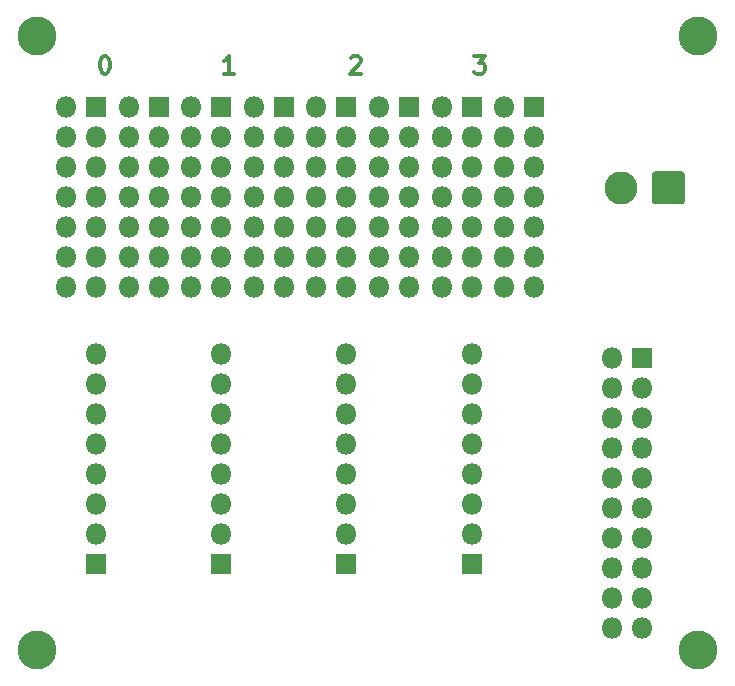
<source format=gbr>
%TF.GenerationSoftware,KiCad,Pcbnew,(5.1.6)-1*%
%TF.CreationDate,2020-10-29T16:21:17+09:00*%
%TF.ProjectId,BLDC__MD_Mounter,424c4443-5f5f-44d4-945f-4d6f756e7465,rev?*%
%TF.SameCoordinates,Original*%
%TF.FileFunction,Soldermask,Top*%
%TF.FilePolarity,Negative*%
%FSLAX46Y46*%
G04 Gerber Fmt 4.6, Leading zero omitted, Abs format (unit mm)*
G04 Created by KiCad (PCBNEW (5.1.6)-1) date 2020-10-29 16:21:17*
%MOMM*%
%LPD*%
G01*
G04 APERTURE LIST*
%ADD10C,0.300000*%
%ADD11O,1.800000X1.800000*%
%ADD12R,1.800000X1.800000*%
%ADD13C,3.300000*%
%ADD14C,2.800000*%
G04 APERTURE END LIST*
D10*
X142000000Y-62678571D02*
X142928571Y-62678571D01*
X142428571Y-63250000D01*
X142642857Y-63250000D01*
X142785714Y-63321428D01*
X142857142Y-63392857D01*
X142928571Y-63535714D01*
X142928571Y-63892857D01*
X142857142Y-64035714D01*
X142785714Y-64107142D01*
X142642857Y-64178571D01*
X142214285Y-64178571D01*
X142071428Y-64107142D01*
X142000000Y-64035714D01*
X131571428Y-62821428D02*
X131642857Y-62750000D01*
X131785714Y-62678571D01*
X132142857Y-62678571D01*
X132285714Y-62750000D01*
X132357142Y-62821428D01*
X132428571Y-62964285D01*
X132428571Y-63107142D01*
X132357142Y-63321428D01*
X131500000Y-64178571D01*
X132428571Y-64178571D01*
X121678571Y-64178571D02*
X120821428Y-64178571D01*
X121250000Y-64178571D02*
X121250000Y-62678571D01*
X121107142Y-62892857D01*
X120964285Y-63035714D01*
X120821428Y-63107142D01*
X110678571Y-62678571D02*
X110821428Y-62678571D01*
X110964285Y-62750000D01*
X111035714Y-62821428D01*
X111107142Y-62964285D01*
X111178571Y-63250000D01*
X111178571Y-63607142D01*
X111107142Y-63892857D01*
X111035714Y-64035714D01*
X110964285Y-64107142D01*
X110821428Y-64178571D01*
X110678571Y-64178571D01*
X110535714Y-64107142D01*
X110464285Y-64035714D01*
X110392857Y-63892857D01*
X110321428Y-63607142D01*
X110321428Y-63250000D01*
X110392857Y-62964285D01*
X110464285Y-62821428D01*
X110535714Y-62750000D01*
X110678571Y-62678571D01*
D11*
%TO.C,J3*%
X153720800Y-111150400D03*
X156260800Y-111150400D03*
X153720800Y-108610400D03*
X156260800Y-108610400D03*
X153720800Y-106070400D03*
X156260800Y-106070400D03*
X153720800Y-103530400D03*
X156260800Y-103530400D03*
X153720800Y-100990400D03*
X156260800Y-100990400D03*
X153720800Y-98450400D03*
X156260800Y-98450400D03*
X153720800Y-95910400D03*
X156260800Y-95910400D03*
X153720800Y-93370400D03*
X156260800Y-93370400D03*
X153720800Y-90830400D03*
X156260800Y-90830400D03*
X153720800Y-88290400D03*
D12*
X156260800Y-88290400D03*
%TD*%
D11*
%TO.C,J8*%
X120600000Y-87929600D03*
X120600000Y-90469600D03*
X120600000Y-93009600D03*
X120600000Y-95549600D03*
X120600000Y-98089600D03*
X120600000Y-100629600D03*
X120600000Y-103169600D03*
D12*
X120600000Y-105709600D03*
%TD*%
D13*
%TO.C,REF\u002A\u002A*%
X105000000Y-113000000D03*
%TD*%
D11*
%TO.C,J4*%
X110000000Y-87929600D03*
X110000000Y-90469600D03*
X110000000Y-93009600D03*
X110000000Y-95549600D03*
X110000000Y-98089600D03*
X110000000Y-100629600D03*
X110000000Y-103169600D03*
D12*
X110000000Y-105709600D03*
%TD*%
D11*
%TO.C,J11*%
X131200000Y-87929600D03*
X131200000Y-90469600D03*
X131200000Y-93009600D03*
X131200000Y-95549600D03*
X131200000Y-98089600D03*
X131200000Y-100629600D03*
X131200000Y-103169600D03*
D12*
X131200000Y-105709600D03*
%TD*%
D13*
%TO.C,REF\u002A\u002A*%
X161000000Y-113000000D03*
%TD*%
%TO.C,REF\u002A\u002A*%
X161000000Y-61000000D03*
%TD*%
%TO.C,REF\u002A\u002A*%
X105000000Y-61000000D03*
%TD*%
D11*
%TO.C,J14*%
X141800000Y-87929600D03*
X141800000Y-90469600D03*
X141800000Y-93009600D03*
X141800000Y-95549600D03*
X141800000Y-98089600D03*
X141800000Y-100629600D03*
X141800000Y-103169600D03*
D12*
X141800000Y-105709600D03*
%TD*%
D11*
%TO.C,J13*%
X139260000Y-82240000D03*
X141800000Y-82240000D03*
X139260000Y-79700000D03*
X141800000Y-79700000D03*
X139260000Y-77160000D03*
X141800000Y-77160000D03*
X139260000Y-74620000D03*
X141800000Y-74620000D03*
X139260000Y-72080000D03*
X141800000Y-72080000D03*
X139260000Y-69540000D03*
X141800000Y-69540000D03*
X139260000Y-67000000D03*
D12*
X141800000Y-67000000D03*
%TD*%
D11*
%TO.C,J12*%
X144560000Y-82240000D03*
X147100000Y-82240000D03*
X144560000Y-79700000D03*
X147100000Y-79700000D03*
X144560000Y-77160000D03*
X147100000Y-77160000D03*
X144560000Y-74620000D03*
X147100000Y-74620000D03*
X144560000Y-72080000D03*
X147100000Y-72080000D03*
X144560000Y-69540000D03*
X147100000Y-69540000D03*
X144560000Y-67000000D03*
D12*
X147100000Y-67000000D03*
%TD*%
D11*
%TO.C,J10*%
X128660000Y-82240000D03*
X131200000Y-82240000D03*
X128660000Y-79700000D03*
X131200000Y-79700000D03*
X128660000Y-77160000D03*
X131200000Y-77160000D03*
X128660000Y-74620000D03*
X131200000Y-74620000D03*
X128660000Y-72080000D03*
X131200000Y-72080000D03*
X128660000Y-69540000D03*
X131200000Y-69540000D03*
X128660000Y-67000000D03*
D12*
X131200000Y-67000000D03*
%TD*%
D11*
%TO.C,J9*%
X133960000Y-82240000D03*
X136500000Y-82240000D03*
X133960000Y-79700000D03*
X136500000Y-79700000D03*
X133960000Y-77160000D03*
X136500000Y-77160000D03*
X133960000Y-74620000D03*
X136500000Y-74620000D03*
X133960000Y-72080000D03*
X136500000Y-72080000D03*
X133960000Y-69540000D03*
X136500000Y-69540000D03*
X133960000Y-67000000D03*
D12*
X136500000Y-67000000D03*
%TD*%
D11*
%TO.C,J7*%
X118060000Y-82240000D03*
X120600000Y-82240000D03*
X118060000Y-79700000D03*
X120600000Y-79700000D03*
X118060000Y-77160000D03*
X120600000Y-77160000D03*
X118060000Y-74620000D03*
X120600000Y-74620000D03*
X118060000Y-72080000D03*
X120600000Y-72080000D03*
X118060000Y-69540000D03*
X120600000Y-69540000D03*
X118060000Y-67000000D03*
D12*
X120600000Y-67000000D03*
%TD*%
D11*
%TO.C,J6*%
X123360000Y-82240000D03*
X125900000Y-82240000D03*
X123360000Y-79700000D03*
X125900000Y-79700000D03*
X123360000Y-77160000D03*
X125900000Y-77160000D03*
X123360000Y-74620000D03*
X125900000Y-74620000D03*
X123360000Y-72080000D03*
X125900000Y-72080000D03*
X123360000Y-69540000D03*
X125900000Y-69540000D03*
X123360000Y-67000000D03*
D12*
X125900000Y-67000000D03*
%TD*%
D14*
%TO.C,J5*%
X154485200Y-73863200D03*
G36*
G01*
X159845200Y-72722460D02*
X159845200Y-75003940D01*
G75*
G02*
X159585940Y-75263200I-259260J0D01*
G01*
X157304460Y-75263200D01*
G75*
G02*
X157045200Y-75003940I0J259260D01*
G01*
X157045200Y-72722460D01*
G75*
G02*
X157304460Y-72463200I259260J0D01*
G01*
X159585940Y-72463200D01*
G75*
G02*
X159845200Y-72722460I0J-259260D01*
G01*
G37*
%TD*%
D11*
%TO.C,J2*%
X112760000Y-82240000D03*
X115300000Y-82240000D03*
X112760000Y-79700000D03*
X115300000Y-79700000D03*
X112760000Y-77160000D03*
X115300000Y-77160000D03*
X112760000Y-74620000D03*
X115300000Y-74620000D03*
X112760000Y-72080000D03*
X115300000Y-72080000D03*
X112760000Y-69540000D03*
X115300000Y-69540000D03*
X112760000Y-67000000D03*
D12*
X115300000Y-67000000D03*
%TD*%
D11*
%TO.C,J1*%
X107460000Y-82240000D03*
X110000000Y-82240000D03*
X107460000Y-79700000D03*
X110000000Y-79700000D03*
X107460000Y-77160000D03*
X110000000Y-77160000D03*
X107460000Y-74620000D03*
X110000000Y-74620000D03*
X107460000Y-72080000D03*
X110000000Y-72080000D03*
X107460000Y-69540000D03*
X110000000Y-69540000D03*
X107460000Y-67000000D03*
D12*
X110000000Y-67000000D03*
%TD*%
M02*

</source>
